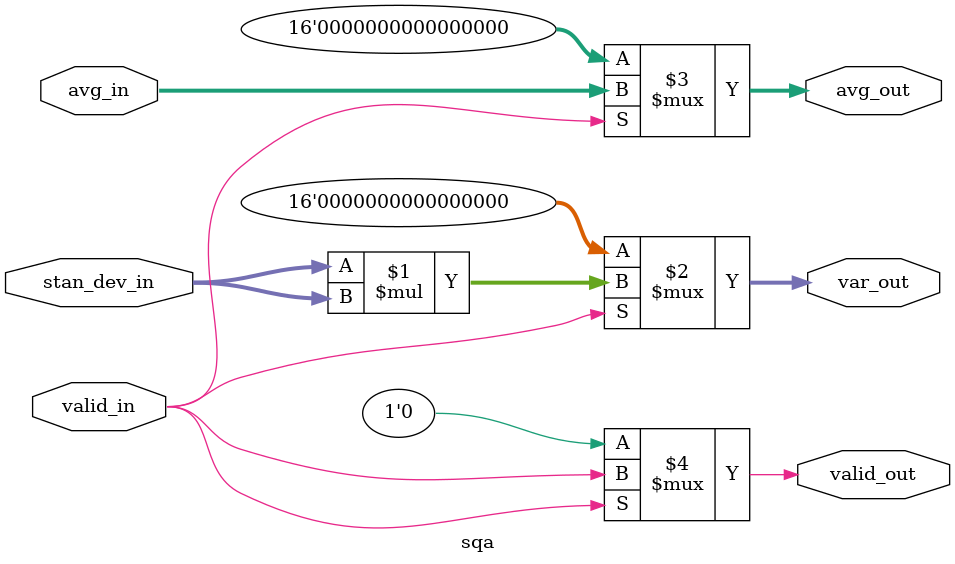
<source format=v>
`timescale 1ns / 1ps


/*
Authour: Yang Zhijie, National University of Defense Technology, P.R.China.

This is the square function module of our architecture.

Use this please cite: 

[1] Yang. Zhijie, Wang. Lei, et al., "Bactran: A Hardware Batch Normalization Implementation for CNN Training Engine," in IEEE Embedded Systems Letters, vol. 13, no. 1, pp. 29-32, March 2021.

This code follows the MIT License

Copyright (c) 2021 Yang Zhijie and Wang Lei of National University of Defense Technology, P.R.China

Permission is hereby granted, free of charge, to any person obtaining a copy
of this software and associated documentation files (the "Software"), to deal
in the Software without restriction, including without limitation the rights
to use, copy, modify, merge, publish, distribute, sublicense, and/or sell
copies of the Software, and to permit persons to whom the Software is
furnished to do so, subject to the following conditions:

The above copyright notice and this permission notice shall be included in all
copies or substantial portions of the Software.

THE SOFTWARE IS PROVIDED "AS IS", WITHOUT WARRANTY OF ANY KIND, EXPRESS OR
IMPLIED, INCLUDING BUT NOT LIMITED TO THE WARRANTIES OF MERCHANTABILITY,
FITNESS FOR A PARTICULAR PURPOSE AND NONINFRINGEMENT. IN NO EVENT SHALL THE
AUTHORS OR COPYRIGHT HOLDERS BE LIABLE FOR ANY CLAIM, DAMAGES OR OTHER
LIABILITY, WHETHER IN AN ACTION OF CONTRACT, TORT OR OTHERWISE, ARISING FROM,
OUT OF OR IN CONNECTION WITH THE SOFTWARE OR THE USE OR OTHER DEALINGS IN THE
SOFTWARE.
*/

module sqa(
stan_dev_in,
avg_in,
valid_in,
valid_out,
var_out,
avg_out
    );
    parameter DATA_WIDTH = 16;
    parameter MINI_BATCH = 64;
    parameter ADDR_WIDTH = $clog2(MINI_BATCH);
    
    input signed [DATA_WIDTH-1:0] stan_dev_in;
    input signed [DATA_WIDTH-1:0] avg_in;
    input valid_in;
    
    output valid_out;
    output signed [DATA_WIDTH-1:0] var_out;
    output signed [DATA_WIDTH-1:0] avg_out;
    
    assign var_out = valid_in?(stan_dev_in*stan_dev_in):{DATA_WIDTH{1'b0}};
    assign avg_out = valid_in?avg_in:{DATA_WIDTH{1'b0}};
    assign valid_out = valid_in?valid_in:1'b0;
    
endmodule

</source>
